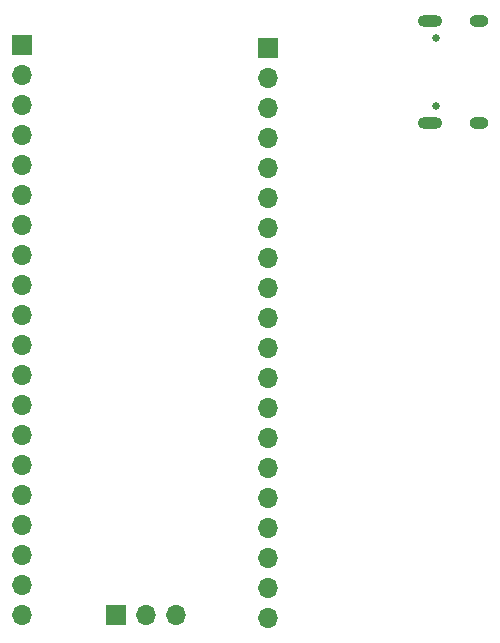
<source format=gbr>
%TF.GenerationSoftware,KiCad,Pcbnew,7.0.10*%
%TF.CreationDate,2025-11-23T12:01:09-06:00*%
%TF.ProjectId,FrankDevBoard,4672616e-6b44-4657-9642-6f6172642e6b,rev?*%
%TF.SameCoordinates,Original*%
%TF.FileFunction,Soldermask,Bot*%
%TF.FilePolarity,Negative*%
%FSLAX46Y46*%
G04 Gerber Fmt 4.6, Leading zero omitted, Abs format (unit mm)*
G04 Created by KiCad (PCBNEW 7.0.10) date 2025-11-23 12:01:09*
%MOMM*%
%LPD*%
G01*
G04 APERTURE LIST*
%ADD10R,1.700000X1.700000*%
%ADD11O,1.700000X1.700000*%
%ADD12C,0.650000*%
%ADD13O,2.100000X1.000000*%
%ADD14O,1.600000X1.000000*%
G04 APERTURE END LIST*
D10*
%TO.C,J3*%
X197200000Y-48540000D03*
D11*
X197200000Y-51080000D03*
X197200000Y-53620000D03*
X197200000Y-56160000D03*
X197200000Y-58700000D03*
X197200000Y-61240000D03*
X197200000Y-63780000D03*
X197200000Y-66320000D03*
X197200000Y-68860000D03*
X197200000Y-71400000D03*
X197200000Y-73940000D03*
X197200000Y-76480000D03*
X197200000Y-79020000D03*
X197200000Y-81560000D03*
X197200000Y-84100000D03*
X197200000Y-86640000D03*
X197200000Y-89180000D03*
X197200000Y-91720000D03*
X197200000Y-94260000D03*
X197200000Y-96800000D03*
%TD*%
D10*
%TO.C,J4*%
X184360000Y-96600000D03*
D11*
X186900000Y-96600000D03*
X189440000Y-96600000D03*
%TD*%
D10*
%TO.C,J2*%
X176400000Y-48280000D03*
D11*
X176400000Y-50820000D03*
X176400000Y-53360000D03*
X176400000Y-55900000D03*
X176400000Y-58440000D03*
X176400000Y-60980000D03*
X176400000Y-63520000D03*
X176400000Y-66060000D03*
X176400000Y-68600000D03*
X176400000Y-71140000D03*
X176400000Y-73680000D03*
X176400000Y-76220000D03*
X176400000Y-78760000D03*
X176400000Y-81300000D03*
X176400000Y-83840000D03*
X176400000Y-86380000D03*
X176400000Y-88920000D03*
X176400000Y-91460000D03*
X176400000Y-94000000D03*
X176400000Y-96540000D03*
%TD*%
D12*
%TO.C,J1*%
X211460000Y-53489994D03*
X211460000Y-47709994D03*
D13*
X210930000Y-54919994D03*
D14*
X215110000Y-54919994D03*
D13*
X210930000Y-46279994D03*
D14*
X215110000Y-46279994D03*
%TD*%
M02*

</source>
